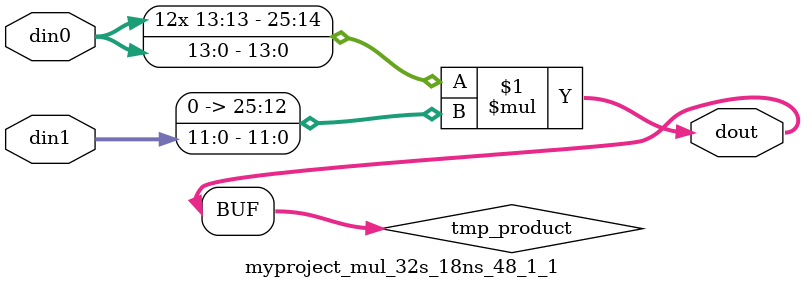
<source format=v>

`timescale 1 ns / 1 ps

  module myproject_mul_32s_18ns_48_1_1(din0, din1, dout);
parameter ID = 1;
parameter NUM_STAGE = 0;
parameter din0_WIDTH = 14;
parameter din1_WIDTH = 12;
parameter dout_WIDTH = 26;

input [din0_WIDTH - 1 : 0] din0; 
input [din1_WIDTH - 1 : 0] din1; 
output [dout_WIDTH - 1 : 0] dout;

wire signed [dout_WIDTH - 1 : 0] tmp_product;












assign tmp_product = $signed(din0) * $signed({1'b0, din1});









assign dout = tmp_product;







endmodule

</source>
